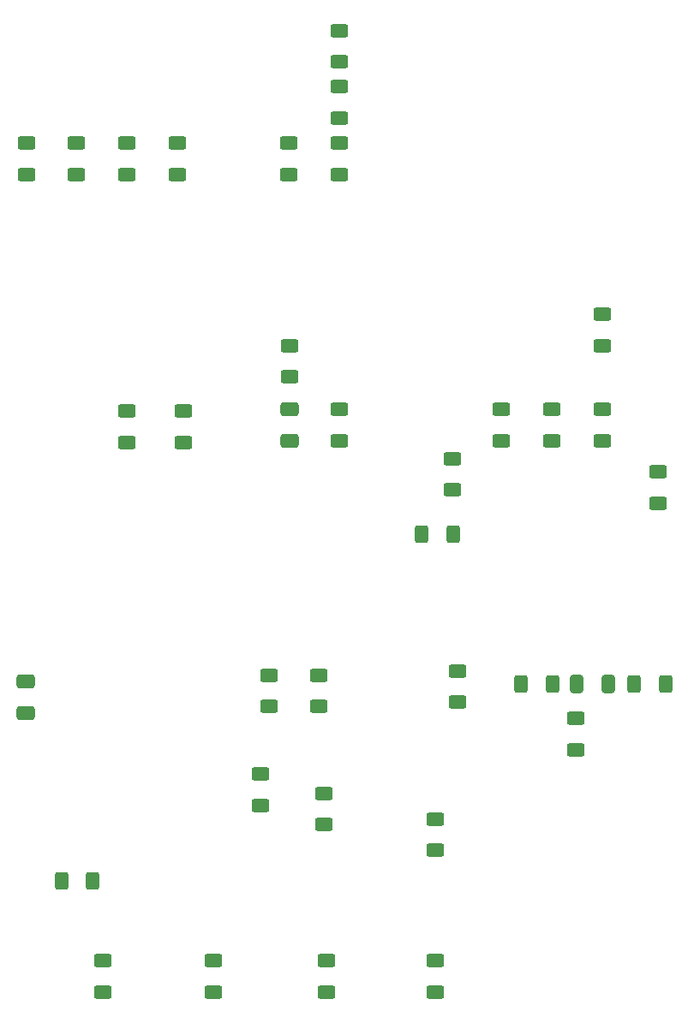
<source format=gbr>
%TF.GenerationSoftware,KiCad,Pcbnew,7.0.2*%
%TF.CreationDate,2023-05-22T18:24:12+02:00*%
%TF.ProjectId,VCO_EURORACK,56434f5f-4555-4524-9f52-41434b2e6b69,rev?*%
%TF.SameCoordinates,Original*%
%TF.FileFunction,Paste,Bot*%
%TF.FilePolarity,Positive*%
%FSLAX46Y46*%
G04 Gerber Fmt 4.6, Leading zero omitted, Abs format (unit mm)*
G04 Created by KiCad (PCBNEW 7.0.2) date 2023-05-22 18:24:12*
%MOMM*%
%LPD*%
G01*
G04 APERTURE LIST*
G04 Aperture macros list*
%AMRoundRect*
0 Rectangle with rounded corners*
0 $1 Rounding radius*
0 $2 $3 $4 $5 $6 $7 $8 $9 X,Y pos of 4 corners*
0 Add a 4 corners polygon primitive as box body*
4,1,4,$2,$3,$4,$5,$6,$7,$8,$9,$2,$3,0*
0 Add four circle primitives for the rounded corners*
1,1,$1+$1,$2,$3*
1,1,$1+$1,$4,$5*
1,1,$1+$1,$6,$7*
1,1,$1+$1,$8,$9*
0 Add four rect primitives between the rounded corners*
20,1,$1+$1,$2,$3,$4,$5,0*
20,1,$1+$1,$4,$5,$6,$7,0*
20,1,$1+$1,$6,$7,$8,$9,0*
20,1,$1+$1,$8,$9,$2,$3,0*%
G04 Aperture macros list end*
%ADD10RoundRect,0.250000X0.625000X-0.400000X0.625000X0.400000X-0.625000X0.400000X-0.625000X-0.400000X0*%
%ADD11RoundRect,0.250000X-0.625000X0.400000X-0.625000X-0.400000X0.625000X-0.400000X0.625000X0.400000X0*%
%ADD12RoundRect,0.250000X0.400000X0.625000X-0.400000X0.625000X-0.400000X-0.625000X0.400000X-0.625000X0*%
%ADD13RoundRect,0.250000X-0.400000X-0.625000X0.400000X-0.625000X0.400000X0.625000X-0.400000X0.625000X0*%
%ADD14RoundRect,0.250000X0.412500X0.650000X-0.412500X0.650000X-0.412500X-0.650000X0.412500X-0.650000X0*%
%ADD15RoundRect,0.250000X0.650000X-0.412500X0.650000X0.412500X-0.650000X0.412500X-0.650000X-0.412500X0*%
%ADD16RoundRect,0.250000X-0.650000X0.412500X-0.650000X-0.412500X0.650000X-0.412500X0.650000X0.412500X0*%
G04 APERTURE END LIST*
D10*
%TO.C,TH4*%
X134580000Y-124620000D03*
X134580000Y-121520000D03*
%TD*%
D11*
%TO.C,TH3*%
X121380000Y-85620000D03*
X121380000Y-88720000D03*
%TD*%
D10*
%TO.C,TH2*%
X142380000Y-56620000D03*
X142380000Y-53520000D03*
%TD*%
D11*
%TO.C,TH1*%
X111480000Y-59120000D03*
X111480000Y-62220000D03*
%TD*%
%TO.C,R29*%
X151880000Y-139970000D03*
X151880000Y-143070000D03*
%TD*%
D10*
%TO.C,R28*%
X151880000Y-129070000D03*
X151880000Y-125970000D03*
%TD*%
D12*
%TO.C,R27*%
X163430000Y-112570000D03*
X160330000Y-112570000D03*
%TD*%
D10*
%TO.C,R26*%
X165780000Y-119120000D03*
X165780000Y-116020000D03*
%TD*%
D11*
%TO.C,R25*%
X168380000Y-85420000D03*
X168380000Y-88520000D03*
%TD*%
%TO.C,R24*%
X168380000Y-76020000D03*
X168380000Y-79120000D03*
%TD*%
%TO.C,R23*%
X173880000Y-94720000D03*
X173880000Y-91620000D03*
%TD*%
%TO.C,R22*%
X141080000Y-139970000D03*
X141080000Y-143070000D03*
%TD*%
D12*
%TO.C,R21*%
X174630000Y-112570000D03*
X171530000Y-112570000D03*
%TD*%
D11*
%TO.C,R20*%
X154080000Y-111320000D03*
X154080000Y-114420000D03*
%TD*%
%TO.C,R19*%
X158380000Y-85420000D03*
X158380000Y-88520000D03*
%TD*%
D10*
%TO.C,R18*%
X163380000Y-88520000D03*
X163380000Y-85420000D03*
%TD*%
%TO.C,R17*%
X142380000Y-88520000D03*
X142380000Y-85420000D03*
%TD*%
D11*
%TO.C,R16*%
X129980000Y-139970000D03*
X129980000Y-143070000D03*
%TD*%
D10*
%TO.C,R15*%
X135480000Y-114820000D03*
X135480000Y-111720000D03*
%TD*%
%TO.C,R14*%
X140380000Y-114820000D03*
X140380000Y-111720000D03*
%TD*%
D11*
%TO.C,R13*%
X118980000Y-139970000D03*
X118980000Y-143070000D03*
%TD*%
D13*
%TO.C,R12*%
X150530000Y-97770000D03*
X153630000Y-97770000D03*
%TD*%
D11*
%TO.C,R11*%
X153580000Y-90320000D03*
X153580000Y-93420000D03*
%TD*%
%TO.C,R10*%
X137480000Y-79120000D03*
X137480000Y-82220000D03*
%TD*%
D12*
%TO.C,R9*%
X118030000Y-132070000D03*
X114930000Y-132070000D03*
%TD*%
D11*
%TO.C,R8*%
X142380000Y-47970000D03*
X142380000Y-51070000D03*
%TD*%
D10*
%TO.C,R7*%
X142380000Y-62220000D03*
X142380000Y-59120000D03*
%TD*%
%TO.C,R6*%
X121380000Y-62220000D03*
X121380000Y-59120000D03*
%TD*%
%TO.C,R5*%
X140880000Y-126520000D03*
X140880000Y-123420000D03*
%TD*%
%TO.C,R4*%
X126980000Y-88720000D03*
X126980000Y-85620000D03*
%TD*%
%TO.C,R3*%
X137380000Y-62220000D03*
X137380000Y-59120000D03*
%TD*%
%TO.C,R2*%
X116380000Y-62220000D03*
X116380000Y-59120000D03*
%TD*%
D11*
%TO.C,R1*%
X126380000Y-59120000D03*
X126380000Y-62220000D03*
%TD*%
D14*
%TO.C,C3*%
X168942500Y-112570000D03*
X165817500Y-112570000D03*
%TD*%
D15*
%TO.C,C2*%
X137480000Y-85407500D03*
X137480000Y-88532500D03*
%TD*%
D16*
%TO.C,C1*%
X111380000Y-112370000D03*
X111380000Y-115495000D03*
%TD*%
M02*

</source>
